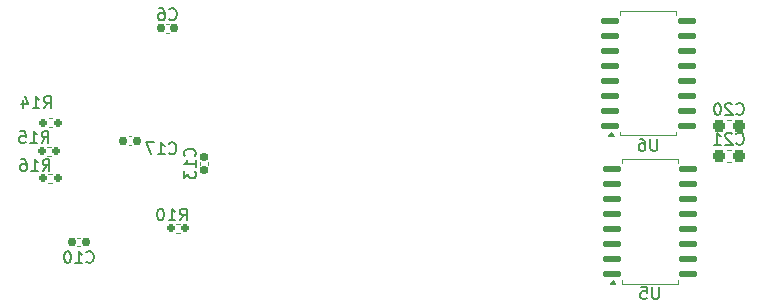
<source format=gbr>
%TF.GenerationSoftware,KiCad,Pcbnew,8.0.2*%
%TF.CreationDate,2024-05-20T13:08:33-07:00*%
%TF.ProjectId,USB_8769M,5553425f-3837-4363-994d-2e6b69636164,rev?*%
%TF.SameCoordinates,Original*%
%TF.FileFunction,Legend,Bot*%
%TF.FilePolarity,Positive*%
%FSLAX46Y46*%
G04 Gerber Fmt 4.6, Leading zero omitted, Abs format (unit mm)*
G04 Created by KiCad (PCBNEW 8.0.2) date 2024-05-20 13:08:33*
%MOMM*%
%LPD*%
G01*
G04 APERTURE LIST*
G04 Aperture macros list*
%AMRoundRect*
0 Rectangle with rounded corners*
0 $1 Rounding radius*
0 $2 $3 $4 $5 $6 $7 $8 $9 X,Y pos of 4 corners*
0 Add a 4 corners polygon primitive as box body*
4,1,4,$2,$3,$4,$5,$6,$7,$8,$9,$2,$3,0*
0 Add four circle primitives for the rounded corners*
1,1,$1+$1,$2,$3*
1,1,$1+$1,$4,$5*
1,1,$1+$1,$6,$7*
1,1,$1+$1,$8,$9*
0 Add four rect primitives between the rounded corners*
20,1,$1+$1,$2,$3,$4,$5,0*
20,1,$1+$1,$4,$5,$6,$7,0*
20,1,$1+$1,$6,$7,$8,$9,0*
20,1,$1+$1,$8,$9,$2,$3,0*%
G04 Aperture macros list end*
%ADD10C,0.150000*%
%ADD11C,0.120000*%
%ADD12C,3.600000*%
%ADD13C,5.600000*%
%ADD14C,2.374900*%
%ADD15C,0.990600*%
%ADD16RoundRect,0.250000X-0.600000X-0.600000X0.600000X-0.600000X0.600000X0.600000X-0.600000X0.600000X0*%
%ADD17C,1.700000*%
%ADD18O,0.900000X1.600000*%
%ADD19RoundRect,0.155000X0.212500X0.155000X-0.212500X0.155000X-0.212500X-0.155000X0.212500X-0.155000X0*%
%ADD20RoundRect,0.137500X-0.662500X-0.137500X0.662500X-0.137500X0.662500X0.137500X-0.662500X0.137500X0*%
%ADD21RoundRect,0.160000X0.197500X0.160000X-0.197500X0.160000X-0.197500X-0.160000X0.197500X-0.160000X0*%
%ADD22RoundRect,0.237500X0.300000X0.237500X-0.300000X0.237500X-0.300000X-0.237500X0.300000X-0.237500X0*%
%ADD23RoundRect,0.155000X-0.212500X-0.155000X0.212500X-0.155000X0.212500X0.155000X-0.212500X0.155000X0*%
%ADD24C,3.000000*%
%ADD25RoundRect,0.155000X-0.155000X0.212500X-0.155000X-0.212500X0.155000X-0.212500X0.155000X0.212500X0*%
G04 APERTURE END LIST*
D10*
X118542857Y-110659580D02*
X118590476Y-110707200D01*
X118590476Y-110707200D02*
X118733333Y-110754819D01*
X118733333Y-110754819D02*
X118828571Y-110754819D01*
X118828571Y-110754819D02*
X118971428Y-110707200D01*
X118971428Y-110707200D02*
X119066666Y-110611961D01*
X119066666Y-110611961D02*
X119114285Y-110516723D01*
X119114285Y-110516723D02*
X119161904Y-110326247D01*
X119161904Y-110326247D02*
X119161904Y-110183390D01*
X119161904Y-110183390D02*
X119114285Y-109992914D01*
X119114285Y-109992914D02*
X119066666Y-109897676D01*
X119066666Y-109897676D02*
X118971428Y-109802438D01*
X118971428Y-109802438D02*
X118828571Y-109754819D01*
X118828571Y-109754819D02*
X118733333Y-109754819D01*
X118733333Y-109754819D02*
X118590476Y-109802438D01*
X118590476Y-109802438D02*
X118542857Y-109850057D01*
X117590476Y-110754819D02*
X118161904Y-110754819D01*
X117876190Y-110754819D02*
X117876190Y-109754819D01*
X117876190Y-109754819D02*
X117971428Y-109897676D01*
X117971428Y-109897676D02*
X118066666Y-109992914D01*
X118066666Y-109992914D02*
X118161904Y-110040533D01*
X116971428Y-109754819D02*
X116876190Y-109754819D01*
X116876190Y-109754819D02*
X116780952Y-109802438D01*
X116780952Y-109802438D02*
X116733333Y-109850057D01*
X116733333Y-109850057D02*
X116685714Y-109945295D01*
X116685714Y-109945295D02*
X116638095Y-110135771D01*
X116638095Y-110135771D02*
X116638095Y-110373866D01*
X116638095Y-110373866D02*
X116685714Y-110564342D01*
X116685714Y-110564342D02*
X116733333Y-110659580D01*
X116733333Y-110659580D02*
X116780952Y-110707200D01*
X116780952Y-110707200D02*
X116876190Y-110754819D01*
X116876190Y-110754819D02*
X116971428Y-110754819D01*
X116971428Y-110754819D02*
X117066666Y-110707200D01*
X117066666Y-110707200D02*
X117114285Y-110659580D01*
X117114285Y-110659580D02*
X117161904Y-110564342D01*
X117161904Y-110564342D02*
X117209523Y-110373866D01*
X117209523Y-110373866D02*
X117209523Y-110135771D01*
X117209523Y-110135771D02*
X117161904Y-109945295D01*
X117161904Y-109945295D02*
X117114285Y-109850057D01*
X117114285Y-109850057D02*
X117066666Y-109802438D01*
X117066666Y-109802438D02*
X116971428Y-109754819D01*
X166861904Y-100254819D02*
X166861904Y-101064342D01*
X166861904Y-101064342D02*
X166814285Y-101159580D01*
X166814285Y-101159580D02*
X166766666Y-101207200D01*
X166766666Y-101207200D02*
X166671428Y-101254819D01*
X166671428Y-101254819D02*
X166480952Y-101254819D01*
X166480952Y-101254819D02*
X166385714Y-101207200D01*
X166385714Y-101207200D02*
X166338095Y-101159580D01*
X166338095Y-101159580D02*
X166290476Y-101064342D01*
X166290476Y-101064342D02*
X166290476Y-100254819D01*
X165385714Y-100254819D02*
X165576190Y-100254819D01*
X165576190Y-100254819D02*
X165671428Y-100302438D01*
X165671428Y-100302438D02*
X165719047Y-100350057D01*
X165719047Y-100350057D02*
X165814285Y-100492914D01*
X165814285Y-100492914D02*
X165861904Y-100683390D01*
X165861904Y-100683390D02*
X165861904Y-101064342D01*
X165861904Y-101064342D02*
X165814285Y-101159580D01*
X165814285Y-101159580D02*
X165766666Y-101207200D01*
X165766666Y-101207200D02*
X165671428Y-101254819D01*
X165671428Y-101254819D02*
X165480952Y-101254819D01*
X165480952Y-101254819D02*
X165385714Y-101207200D01*
X165385714Y-101207200D02*
X165338095Y-101159580D01*
X165338095Y-101159580D02*
X165290476Y-101064342D01*
X165290476Y-101064342D02*
X165290476Y-100826247D01*
X165290476Y-100826247D02*
X165338095Y-100731009D01*
X165338095Y-100731009D02*
X165385714Y-100683390D01*
X165385714Y-100683390D02*
X165480952Y-100635771D01*
X165480952Y-100635771D02*
X165671428Y-100635771D01*
X165671428Y-100635771D02*
X165766666Y-100683390D01*
X165766666Y-100683390D02*
X165814285Y-100731009D01*
X165814285Y-100731009D02*
X165861904Y-100826247D01*
X126445357Y-107154819D02*
X126778690Y-106678628D01*
X127016785Y-107154819D02*
X127016785Y-106154819D01*
X127016785Y-106154819D02*
X126635833Y-106154819D01*
X126635833Y-106154819D02*
X126540595Y-106202438D01*
X126540595Y-106202438D02*
X126492976Y-106250057D01*
X126492976Y-106250057D02*
X126445357Y-106345295D01*
X126445357Y-106345295D02*
X126445357Y-106488152D01*
X126445357Y-106488152D02*
X126492976Y-106583390D01*
X126492976Y-106583390D02*
X126540595Y-106631009D01*
X126540595Y-106631009D02*
X126635833Y-106678628D01*
X126635833Y-106678628D02*
X127016785Y-106678628D01*
X125492976Y-107154819D02*
X126064404Y-107154819D01*
X125778690Y-107154819D02*
X125778690Y-106154819D01*
X125778690Y-106154819D02*
X125873928Y-106297676D01*
X125873928Y-106297676D02*
X125969166Y-106392914D01*
X125969166Y-106392914D02*
X126064404Y-106440533D01*
X124873928Y-106154819D02*
X124778690Y-106154819D01*
X124778690Y-106154819D02*
X124683452Y-106202438D01*
X124683452Y-106202438D02*
X124635833Y-106250057D01*
X124635833Y-106250057D02*
X124588214Y-106345295D01*
X124588214Y-106345295D02*
X124540595Y-106535771D01*
X124540595Y-106535771D02*
X124540595Y-106773866D01*
X124540595Y-106773866D02*
X124588214Y-106964342D01*
X124588214Y-106964342D02*
X124635833Y-107059580D01*
X124635833Y-107059580D02*
X124683452Y-107107200D01*
X124683452Y-107107200D02*
X124778690Y-107154819D01*
X124778690Y-107154819D02*
X124873928Y-107154819D01*
X124873928Y-107154819D02*
X124969166Y-107107200D01*
X124969166Y-107107200D02*
X125016785Y-107059580D01*
X125016785Y-107059580D02*
X125064404Y-106964342D01*
X125064404Y-106964342D02*
X125112023Y-106773866D01*
X125112023Y-106773866D02*
X125112023Y-106535771D01*
X125112023Y-106535771D02*
X125064404Y-106345295D01*
X125064404Y-106345295D02*
X125016785Y-106250057D01*
X125016785Y-106250057D02*
X124969166Y-106202438D01*
X124969166Y-106202438D02*
X124873928Y-106154819D01*
X114742857Y-100584819D02*
X115076190Y-100108628D01*
X115314285Y-100584819D02*
X115314285Y-99584819D01*
X115314285Y-99584819D02*
X114933333Y-99584819D01*
X114933333Y-99584819D02*
X114838095Y-99632438D01*
X114838095Y-99632438D02*
X114790476Y-99680057D01*
X114790476Y-99680057D02*
X114742857Y-99775295D01*
X114742857Y-99775295D02*
X114742857Y-99918152D01*
X114742857Y-99918152D02*
X114790476Y-100013390D01*
X114790476Y-100013390D02*
X114838095Y-100061009D01*
X114838095Y-100061009D02*
X114933333Y-100108628D01*
X114933333Y-100108628D02*
X115314285Y-100108628D01*
X113790476Y-100584819D02*
X114361904Y-100584819D01*
X114076190Y-100584819D02*
X114076190Y-99584819D01*
X114076190Y-99584819D02*
X114171428Y-99727676D01*
X114171428Y-99727676D02*
X114266666Y-99822914D01*
X114266666Y-99822914D02*
X114361904Y-99870533D01*
X112885714Y-99584819D02*
X113361904Y-99584819D01*
X113361904Y-99584819D02*
X113409523Y-100061009D01*
X113409523Y-100061009D02*
X113361904Y-100013390D01*
X113361904Y-100013390D02*
X113266666Y-99965771D01*
X113266666Y-99965771D02*
X113028571Y-99965771D01*
X113028571Y-99965771D02*
X112933333Y-100013390D01*
X112933333Y-100013390D02*
X112885714Y-100061009D01*
X112885714Y-100061009D02*
X112838095Y-100156247D01*
X112838095Y-100156247D02*
X112838095Y-100394342D01*
X112838095Y-100394342D02*
X112885714Y-100489580D01*
X112885714Y-100489580D02*
X112933333Y-100537200D01*
X112933333Y-100537200D02*
X113028571Y-100584819D01*
X113028571Y-100584819D02*
X113266666Y-100584819D01*
X113266666Y-100584819D02*
X113361904Y-100537200D01*
X113361904Y-100537200D02*
X113409523Y-100489580D01*
X173580357Y-98129580D02*
X173627976Y-98177200D01*
X173627976Y-98177200D02*
X173770833Y-98224819D01*
X173770833Y-98224819D02*
X173866071Y-98224819D01*
X173866071Y-98224819D02*
X174008928Y-98177200D01*
X174008928Y-98177200D02*
X174104166Y-98081961D01*
X174104166Y-98081961D02*
X174151785Y-97986723D01*
X174151785Y-97986723D02*
X174199404Y-97796247D01*
X174199404Y-97796247D02*
X174199404Y-97653390D01*
X174199404Y-97653390D02*
X174151785Y-97462914D01*
X174151785Y-97462914D02*
X174104166Y-97367676D01*
X174104166Y-97367676D02*
X174008928Y-97272438D01*
X174008928Y-97272438D02*
X173866071Y-97224819D01*
X173866071Y-97224819D02*
X173770833Y-97224819D01*
X173770833Y-97224819D02*
X173627976Y-97272438D01*
X173627976Y-97272438D02*
X173580357Y-97320057D01*
X173199404Y-97320057D02*
X173151785Y-97272438D01*
X173151785Y-97272438D02*
X173056547Y-97224819D01*
X173056547Y-97224819D02*
X172818452Y-97224819D01*
X172818452Y-97224819D02*
X172723214Y-97272438D01*
X172723214Y-97272438D02*
X172675595Y-97320057D01*
X172675595Y-97320057D02*
X172627976Y-97415295D01*
X172627976Y-97415295D02*
X172627976Y-97510533D01*
X172627976Y-97510533D02*
X172675595Y-97653390D01*
X172675595Y-97653390D02*
X173247023Y-98224819D01*
X173247023Y-98224819D02*
X172627976Y-98224819D01*
X172008928Y-97224819D02*
X171913690Y-97224819D01*
X171913690Y-97224819D02*
X171818452Y-97272438D01*
X171818452Y-97272438D02*
X171770833Y-97320057D01*
X171770833Y-97320057D02*
X171723214Y-97415295D01*
X171723214Y-97415295D02*
X171675595Y-97605771D01*
X171675595Y-97605771D02*
X171675595Y-97843866D01*
X171675595Y-97843866D02*
X171723214Y-98034342D01*
X171723214Y-98034342D02*
X171770833Y-98129580D01*
X171770833Y-98129580D02*
X171818452Y-98177200D01*
X171818452Y-98177200D02*
X171913690Y-98224819D01*
X171913690Y-98224819D02*
X172008928Y-98224819D01*
X172008928Y-98224819D02*
X172104166Y-98177200D01*
X172104166Y-98177200D02*
X172151785Y-98129580D01*
X172151785Y-98129580D02*
X172199404Y-98034342D01*
X172199404Y-98034342D02*
X172247023Y-97843866D01*
X172247023Y-97843866D02*
X172247023Y-97605771D01*
X172247023Y-97605771D02*
X172199404Y-97415295D01*
X172199404Y-97415295D02*
X172151785Y-97320057D01*
X172151785Y-97320057D02*
X172104166Y-97272438D01*
X172104166Y-97272438D02*
X172008928Y-97224819D01*
X125566666Y-90099580D02*
X125614285Y-90147200D01*
X125614285Y-90147200D02*
X125757142Y-90194819D01*
X125757142Y-90194819D02*
X125852380Y-90194819D01*
X125852380Y-90194819D02*
X125995237Y-90147200D01*
X125995237Y-90147200D02*
X126090475Y-90051961D01*
X126090475Y-90051961D02*
X126138094Y-89956723D01*
X126138094Y-89956723D02*
X126185713Y-89766247D01*
X126185713Y-89766247D02*
X126185713Y-89623390D01*
X126185713Y-89623390D02*
X126138094Y-89432914D01*
X126138094Y-89432914D02*
X126090475Y-89337676D01*
X126090475Y-89337676D02*
X125995237Y-89242438D01*
X125995237Y-89242438D02*
X125852380Y-89194819D01*
X125852380Y-89194819D02*
X125757142Y-89194819D01*
X125757142Y-89194819D02*
X125614285Y-89242438D01*
X125614285Y-89242438D02*
X125566666Y-89290057D01*
X124709523Y-89194819D02*
X124899999Y-89194819D01*
X124899999Y-89194819D02*
X124995237Y-89242438D01*
X124995237Y-89242438D02*
X125042856Y-89290057D01*
X125042856Y-89290057D02*
X125138094Y-89432914D01*
X125138094Y-89432914D02*
X125185713Y-89623390D01*
X125185713Y-89623390D02*
X125185713Y-90004342D01*
X125185713Y-90004342D02*
X125138094Y-90099580D01*
X125138094Y-90099580D02*
X125090475Y-90147200D01*
X125090475Y-90147200D02*
X124995237Y-90194819D01*
X124995237Y-90194819D02*
X124804761Y-90194819D01*
X124804761Y-90194819D02*
X124709523Y-90147200D01*
X124709523Y-90147200D02*
X124661904Y-90099580D01*
X124661904Y-90099580D02*
X124614285Y-90004342D01*
X124614285Y-90004342D02*
X124614285Y-89766247D01*
X124614285Y-89766247D02*
X124661904Y-89671009D01*
X124661904Y-89671009D02*
X124709523Y-89623390D01*
X124709523Y-89623390D02*
X124804761Y-89575771D01*
X124804761Y-89575771D02*
X124995237Y-89575771D01*
X124995237Y-89575771D02*
X125090475Y-89623390D01*
X125090475Y-89623390D02*
X125138094Y-89671009D01*
X125138094Y-89671009D02*
X125185713Y-89766247D01*
X167011904Y-112789819D02*
X167011904Y-113599342D01*
X167011904Y-113599342D02*
X166964285Y-113694580D01*
X166964285Y-113694580D02*
X166916666Y-113742200D01*
X166916666Y-113742200D02*
X166821428Y-113789819D01*
X166821428Y-113789819D02*
X166630952Y-113789819D01*
X166630952Y-113789819D02*
X166535714Y-113742200D01*
X166535714Y-113742200D02*
X166488095Y-113694580D01*
X166488095Y-113694580D02*
X166440476Y-113599342D01*
X166440476Y-113599342D02*
X166440476Y-112789819D01*
X165488095Y-112789819D02*
X165964285Y-112789819D01*
X165964285Y-112789819D02*
X166011904Y-113266009D01*
X166011904Y-113266009D02*
X165964285Y-113218390D01*
X165964285Y-113218390D02*
X165869047Y-113170771D01*
X165869047Y-113170771D02*
X165630952Y-113170771D01*
X165630952Y-113170771D02*
X165535714Y-113218390D01*
X165535714Y-113218390D02*
X165488095Y-113266009D01*
X165488095Y-113266009D02*
X165440476Y-113361247D01*
X165440476Y-113361247D02*
X165440476Y-113599342D01*
X165440476Y-113599342D02*
X165488095Y-113694580D01*
X165488095Y-113694580D02*
X165535714Y-113742200D01*
X165535714Y-113742200D02*
X165630952Y-113789819D01*
X165630952Y-113789819D02*
X165869047Y-113789819D01*
X165869047Y-113789819D02*
X165964285Y-113742200D01*
X165964285Y-113742200D02*
X166011904Y-113694580D01*
X125542857Y-101459580D02*
X125590476Y-101507200D01*
X125590476Y-101507200D02*
X125733333Y-101554819D01*
X125733333Y-101554819D02*
X125828571Y-101554819D01*
X125828571Y-101554819D02*
X125971428Y-101507200D01*
X125971428Y-101507200D02*
X126066666Y-101411961D01*
X126066666Y-101411961D02*
X126114285Y-101316723D01*
X126114285Y-101316723D02*
X126161904Y-101126247D01*
X126161904Y-101126247D02*
X126161904Y-100983390D01*
X126161904Y-100983390D02*
X126114285Y-100792914D01*
X126114285Y-100792914D02*
X126066666Y-100697676D01*
X126066666Y-100697676D02*
X125971428Y-100602438D01*
X125971428Y-100602438D02*
X125828571Y-100554819D01*
X125828571Y-100554819D02*
X125733333Y-100554819D01*
X125733333Y-100554819D02*
X125590476Y-100602438D01*
X125590476Y-100602438D02*
X125542857Y-100650057D01*
X124590476Y-101554819D02*
X125161904Y-101554819D01*
X124876190Y-101554819D02*
X124876190Y-100554819D01*
X124876190Y-100554819D02*
X124971428Y-100697676D01*
X124971428Y-100697676D02*
X125066666Y-100792914D01*
X125066666Y-100792914D02*
X125161904Y-100840533D01*
X124257142Y-100554819D02*
X123590476Y-100554819D01*
X123590476Y-100554819D02*
X124019047Y-101554819D01*
X114942857Y-97654819D02*
X115276190Y-97178628D01*
X115514285Y-97654819D02*
X115514285Y-96654819D01*
X115514285Y-96654819D02*
X115133333Y-96654819D01*
X115133333Y-96654819D02*
X115038095Y-96702438D01*
X115038095Y-96702438D02*
X114990476Y-96750057D01*
X114990476Y-96750057D02*
X114942857Y-96845295D01*
X114942857Y-96845295D02*
X114942857Y-96988152D01*
X114942857Y-96988152D02*
X114990476Y-97083390D01*
X114990476Y-97083390D02*
X115038095Y-97131009D01*
X115038095Y-97131009D02*
X115133333Y-97178628D01*
X115133333Y-97178628D02*
X115514285Y-97178628D01*
X113990476Y-97654819D02*
X114561904Y-97654819D01*
X114276190Y-97654819D02*
X114276190Y-96654819D01*
X114276190Y-96654819D02*
X114371428Y-96797676D01*
X114371428Y-96797676D02*
X114466666Y-96892914D01*
X114466666Y-96892914D02*
X114561904Y-96940533D01*
X113133333Y-96988152D02*
X113133333Y-97654819D01*
X113371428Y-96607200D02*
X113609523Y-97321485D01*
X113609523Y-97321485D02*
X112990476Y-97321485D01*
X173580357Y-100639580D02*
X173627976Y-100687200D01*
X173627976Y-100687200D02*
X173770833Y-100734819D01*
X173770833Y-100734819D02*
X173866071Y-100734819D01*
X173866071Y-100734819D02*
X174008928Y-100687200D01*
X174008928Y-100687200D02*
X174104166Y-100591961D01*
X174104166Y-100591961D02*
X174151785Y-100496723D01*
X174151785Y-100496723D02*
X174199404Y-100306247D01*
X174199404Y-100306247D02*
X174199404Y-100163390D01*
X174199404Y-100163390D02*
X174151785Y-99972914D01*
X174151785Y-99972914D02*
X174104166Y-99877676D01*
X174104166Y-99877676D02*
X174008928Y-99782438D01*
X174008928Y-99782438D02*
X173866071Y-99734819D01*
X173866071Y-99734819D02*
X173770833Y-99734819D01*
X173770833Y-99734819D02*
X173627976Y-99782438D01*
X173627976Y-99782438D02*
X173580357Y-99830057D01*
X173199404Y-99830057D02*
X173151785Y-99782438D01*
X173151785Y-99782438D02*
X173056547Y-99734819D01*
X173056547Y-99734819D02*
X172818452Y-99734819D01*
X172818452Y-99734819D02*
X172723214Y-99782438D01*
X172723214Y-99782438D02*
X172675595Y-99830057D01*
X172675595Y-99830057D02*
X172627976Y-99925295D01*
X172627976Y-99925295D02*
X172627976Y-100020533D01*
X172627976Y-100020533D02*
X172675595Y-100163390D01*
X172675595Y-100163390D02*
X173247023Y-100734819D01*
X173247023Y-100734819D02*
X172627976Y-100734819D01*
X171675595Y-100734819D02*
X172247023Y-100734819D01*
X171961309Y-100734819D02*
X171961309Y-99734819D01*
X171961309Y-99734819D02*
X172056547Y-99877676D01*
X172056547Y-99877676D02*
X172151785Y-99972914D01*
X172151785Y-99972914D02*
X172247023Y-100020533D01*
X127699580Y-101689642D02*
X127747200Y-101642023D01*
X127747200Y-101642023D02*
X127794819Y-101499166D01*
X127794819Y-101499166D02*
X127794819Y-101403928D01*
X127794819Y-101403928D02*
X127747200Y-101261071D01*
X127747200Y-101261071D02*
X127651961Y-101165833D01*
X127651961Y-101165833D02*
X127556723Y-101118214D01*
X127556723Y-101118214D02*
X127366247Y-101070595D01*
X127366247Y-101070595D02*
X127223390Y-101070595D01*
X127223390Y-101070595D02*
X127032914Y-101118214D01*
X127032914Y-101118214D02*
X126937676Y-101165833D01*
X126937676Y-101165833D02*
X126842438Y-101261071D01*
X126842438Y-101261071D02*
X126794819Y-101403928D01*
X126794819Y-101403928D02*
X126794819Y-101499166D01*
X126794819Y-101499166D02*
X126842438Y-101642023D01*
X126842438Y-101642023D02*
X126890057Y-101689642D01*
X127794819Y-102642023D02*
X127794819Y-102070595D01*
X127794819Y-102356309D02*
X126794819Y-102356309D01*
X126794819Y-102356309D02*
X126937676Y-102261071D01*
X126937676Y-102261071D02*
X127032914Y-102165833D01*
X127032914Y-102165833D02*
X127080533Y-102070595D01*
X126794819Y-102975357D02*
X126794819Y-103594404D01*
X126794819Y-103594404D02*
X127175771Y-103261071D01*
X127175771Y-103261071D02*
X127175771Y-103403928D01*
X127175771Y-103403928D02*
X127223390Y-103499166D01*
X127223390Y-103499166D02*
X127271009Y-103546785D01*
X127271009Y-103546785D02*
X127366247Y-103594404D01*
X127366247Y-103594404D02*
X127604342Y-103594404D01*
X127604342Y-103594404D02*
X127699580Y-103546785D01*
X127699580Y-103546785D02*
X127747200Y-103499166D01*
X127747200Y-103499166D02*
X127794819Y-103403928D01*
X127794819Y-103403928D02*
X127794819Y-103118214D01*
X127794819Y-103118214D02*
X127747200Y-103022976D01*
X127747200Y-103022976D02*
X127699580Y-102975357D01*
X114842857Y-102954819D02*
X115176190Y-102478628D01*
X115414285Y-102954819D02*
X115414285Y-101954819D01*
X115414285Y-101954819D02*
X115033333Y-101954819D01*
X115033333Y-101954819D02*
X114938095Y-102002438D01*
X114938095Y-102002438D02*
X114890476Y-102050057D01*
X114890476Y-102050057D02*
X114842857Y-102145295D01*
X114842857Y-102145295D02*
X114842857Y-102288152D01*
X114842857Y-102288152D02*
X114890476Y-102383390D01*
X114890476Y-102383390D02*
X114938095Y-102431009D01*
X114938095Y-102431009D02*
X115033333Y-102478628D01*
X115033333Y-102478628D02*
X115414285Y-102478628D01*
X113890476Y-102954819D02*
X114461904Y-102954819D01*
X114176190Y-102954819D02*
X114176190Y-101954819D01*
X114176190Y-101954819D02*
X114271428Y-102097676D01*
X114271428Y-102097676D02*
X114366666Y-102192914D01*
X114366666Y-102192914D02*
X114461904Y-102240533D01*
X113033333Y-101954819D02*
X113223809Y-101954819D01*
X113223809Y-101954819D02*
X113319047Y-102002438D01*
X113319047Y-102002438D02*
X113366666Y-102050057D01*
X113366666Y-102050057D02*
X113461904Y-102192914D01*
X113461904Y-102192914D02*
X113509523Y-102383390D01*
X113509523Y-102383390D02*
X113509523Y-102764342D01*
X113509523Y-102764342D02*
X113461904Y-102859580D01*
X113461904Y-102859580D02*
X113414285Y-102907200D01*
X113414285Y-102907200D02*
X113319047Y-102954819D01*
X113319047Y-102954819D02*
X113128571Y-102954819D01*
X113128571Y-102954819D02*
X113033333Y-102907200D01*
X113033333Y-102907200D02*
X112985714Y-102859580D01*
X112985714Y-102859580D02*
X112938095Y-102764342D01*
X112938095Y-102764342D02*
X112938095Y-102526247D01*
X112938095Y-102526247D02*
X112985714Y-102431009D01*
X112985714Y-102431009D02*
X113033333Y-102383390D01*
X113033333Y-102383390D02*
X113128571Y-102335771D01*
X113128571Y-102335771D02*
X113319047Y-102335771D01*
X113319047Y-102335771D02*
X113414285Y-102383390D01*
X113414285Y-102383390D02*
X113461904Y-102431009D01*
X113461904Y-102431009D02*
X113509523Y-102526247D01*
D11*
%TO.C,C10*%
X117784165Y-108640000D02*
X118015835Y-108640000D01*
X117784165Y-109360000D02*
X118015835Y-109360000D01*
%TO.C,U6*%
X163715000Y-89440000D02*
X166100000Y-89440000D01*
X163715000Y-89720000D02*
X163715000Y-89440000D01*
X163715000Y-99680000D02*
X163715000Y-99960000D01*
X163715000Y-99960000D02*
X166100000Y-99960000D01*
X168485000Y-89440000D02*
X166100000Y-89440000D01*
X168485000Y-89720000D02*
X168485000Y-89440000D01*
X168485000Y-99680000D02*
X168485000Y-99960000D01*
X168485000Y-99960000D02*
X166100000Y-99960000D01*
X163177500Y-100010000D02*
X162697500Y-100010000D01*
X162937500Y-99680000D01*
X163177500Y-100010000D01*
G36*
X163177500Y-100010000D02*
G01*
X162697500Y-100010000D01*
X162937500Y-99680000D01*
X163177500Y-100010000D01*
G37*
%TO.C,R10*%
X126132379Y-107420000D02*
X126467621Y-107420000D01*
X126132379Y-108180000D02*
X126467621Y-108180000D01*
%TO.C,R15*%
X115229879Y-100920000D02*
X115565121Y-100920000D01*
X115229879Y-101680000D02*
X115565121Y-101680000D01*
%TO.C,C20*%
X172791233Y-98690000D02*
X173083767Y-98690000D01*
X172791233Y-99710000D02*
X173083767Y-99710000D01*
%TO.C,C6*%
X125284165Y-90540000D02*
X125515835Y-90540000D01*
X125284165Y-91260000D02*
X125515835Y-91260000D01*
%TO.C,U5*%
X163865000Y-101975000D02*
X166250000Y-101975000D01*
X163865000Y-102255000D02*
X163865000Y-101975000D01*
X163865000Y-112215000D02*
X163865000Y-112495000D01*
X163865000Y-112495000D02*
X166250000Y-112495000D01*
X168635000Y-101975000D02*
X166250000Y-101975000D01*
X168635000Y-102255000D02*
X168635000Y-101975000D01*
X168635000Y-112215000D02*
X168635000Y-112495000D01*
X168635000Y-112495000D02*
X166250000Y-112495000D01*
X163327500Y-112545000D02*
X162847500Y-112545000D01*
X163087500Y-112215000D01*
X163327500Y-112545000D01*
G36*
X163327500Y-112545000D02*
G01*
X162847500Y-112545000D01*
X163087500Y-112215000D01*
X163327500Y-112545000D01*
G37*
%TO.C,C17*%
X122348335Y-100040000D02*
X122116665Y-100040000D01*
X122348335Y-100760000D02*
X122116665Y-100760000D01*
%TO.C,R14*%
X115332379Y-98520000D02*
X115667621Y-98520000D01*
X115332379Y-99280000D02*
X115667621Y-99280000D01*
%TO.C,C21*%
X172791233Y-101200000D02*
X173083767Y-101200000D01*
X172791233Y-102220000D02*
X173083767Y-102220000D01*
%TO.C,C13*%
X128140000Y-102448335D02*
X128140000Y-102216665D01*
X128860000Y-102448335D02*
X128860000Y-102216665D01*
%TO.C,R16*%
X115329879Y-103220000D02*
X115665121Y-103220000D01*
X115329879Y-103980000D02*
X115665121Y-103980000D01*
%TD*%
%LPC*%
D12*
%TO.C,H1*%
X103500000Y-96200000D03*
D13*
X103500000Y-96200000D03*
%TD*%
D12*
%TO.C,H2*%
X196300000Y-96200000D03*
D13*
X196300000Y-96200000D03*
%TD*%
D14*
%TO.C,J2*%
X103305000Y-104760000D03*
D15*
X100765000Y-104760000D03*
D14*
X98225000Y-104760000D03*
X103305000Y-110475000D03*
X98225000Y-110475000D03*
D15*
X101781000Y-112380000D03*
X99749000Y-112380000D03*
%TD*%
D16*
%TO.C,J3*%
X185860000Y-92060000D03*
D17*
X188400000Y-92060000D03*
X185860000Y-94600000D03*
X188400000Y-94600000D03*
X185860000Y-97140000D03*
X188400000Y-97140000D03*
X185860000Y-99680000D03*
X188400000Y-99680000D03*
X185860000Y-102220000D03*
X188400000Y-102220000D03*
X185860000Y-104760000D03*
X188400000Y-104760000D03*
X185860000Y-107300000D03*
X188400000Y-107300000D03*
%TD*%
D18*
%TO.C,J1*%
X112800000Y-86000000D03*
X106200000Y-86000000D03*
%TD*%
D19*
%TO.C,C10*%
X118467500Y-109000000D03*
X117332500Y-109000000D03*
%TD*%
D20*
%TO.C,U6*%
X162850000Y-99145000D03*
X162850000Y-97875000D03*
X162850000Y-96605000D03*
X162850000Y-95335000D03*
X162850000Y-94065000D03*
X162850000Y-92795000D03*
X162850000Y-91525000D03*
X162850000Y-90255000D03*
X169350000Y-90255000D03*
X169350000Y-91525000D03*
X169350000Y-92795000D03*
X169350000Y-94065000D03*
X169350000Y-95335000D03*
X169350000Y-96605000D03*
X169350000Y-97875000D03*
X169350000Y-99145000D03*
%TD*%
D21*
%TO.C,R10*%
X126897500Y-107800000D03*
X125702500Y-107800000D03*
%TD*%
%TO.C,R15*%
X115995000Y-101300000D03*
X114800000Y-101300000D03*
%TD*%
D22*
%TO.C,C20*%
X173800000Y-99200000D03*
X172075000Y-99200000D03*
%TD*%
D19*
%TO.C,C6*%
X125967500Y-90900000D03*
X124832500Y-90900000D03*
%TD*%
D20*
%TO.C,U5*%
X163000000Y-111680000D03*
X163000000Y-110410000D03*
X163000000Y-109140000D03*
X163000000Y-107870000D03*
X163000000Y-106600000D03*
X163000000Y-105330000D03*
X163000000Y-104060000D03*
X163000000Y-102790000D03*
X169500000Y-102790000D03*
X169500000Y-104060000D03*
X169500000Y-105330000D03*
X169500000Y-106600000D03*
X169500000Y-107870000D03*
X169500000Y-109140000D03*
X169500000Y-110410000D03*
X169500000Y-111680000D03*
%TD*%
D23*
%TO.C,C17*%
X121665000Y-100400000D03*
X122800000Y-100400000D03*
%TD*%
D24*
%TO.C,FID4*%
X201800000Y-111400000D03*
%TD*%
D21*
%TO.C,R14*%
X116097500Y-98900000D03*
X114902500Y-98900000D03*
%TD*%
D22*
%TO.C,C21*%
X173800000Y-101710000D03*
X172075000Y-101710000D03*
%TD*%
D25*
%TO.C,C13*%
X128500000Y-101765000D03*
X128500000Y-102900000D03*
%TD*%
D24*
%TO.C,FID3*%
X98000000Y-87500000D03*
%TD*%
D21*
%TO.C,R16*%
X116095000Y-103600000D03*
X114900000Y-103600000D03*
%TD*%
%LPD*%
M02*

</source>
